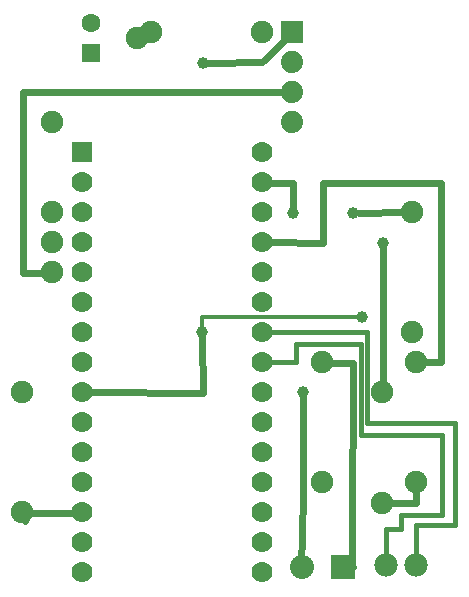
<source format=gtl>
G04 MADE WITH FRITZING*
G04 WWW.FRITZING.ORG*
G04 DOUBLE SIDED*
G04 HOLES PLATED*
G04 CONTOUR ON CENTER OF CONTOUR VECTOR*
%ASAXBY*%
%FSLAX23Y23*%
%MOIN*%
%OFA0B0*%
%SFA1.0B1.0*%
%ADD10C,0.070000*%
%ADD11C,0.074000*%
%ADD12C,0.075000*%
%ADD13C,0.080000*%
%ADD14C,0.039370*%
%ADD15C,0.062992*%
%ADD16C,0.078000*%
%ADD17R,0.069972X0.070000*%
%ADD18R,0.074000X0.074000*%
%ADD19R,0.080000X0.080000*%
%ADD20R,0.062992X0.062992*%
%ADD21C,0.024000*%
%ADD22C,0.012000*%
%ADD23C,0.016000*%
%LNCOPPER1*%
G90*
G70*
G54D10*
X244Y1480D03*
X244Y1380D03*
X244Y1280D03*
X244Y1180D03*
X244Y1080D03*
X244Y980D03*
X244Y880D03*
X244Y780D03*
X244Y680D03*
X244Y580D03*
X244Y480D03*
X244Y380D03*
X244Y280D03*
X244Y180D03*
X244Y80D03*
X844Y1480D03*
X844Y1380D03*
X844Y1280D03*
X844Y1180D03*
X844Y1080D03*
X844Y980D03*
X844Y880D03*
X844Y780D03*
X844Y680D03*
X844Y580D03*
X844Y480D03*
X844Y380D03*
X844Y280D03*
X844Y180D03*
X844Y80D03*
G54D11*
X944Y1780D03*
X944Y1680D03*
X944Y1580D03*
X944Y1880D03*
G54D12*
X144Y1280D03*
X144Y1180D03*
X144Y1080D03*
X474Y1880D03*
X844Y1880D03*
X474Y1880D03*
X844Y1880D03*
X1244Y310D03*
X1244Y680D03*
X1244Y310D03*
X1244Y680D03*
G54D13*
X1114Y96D03*
X976Y96D03*
G54D12*
X1044Y780D03*
X1044Y380D03*
X44Y280D03*
X44Y680D03*
X1356Y780D03*
X1356Y380D03*
X1344Y1280D03*
X1344Y880D03*
X427Y1862D03*
X144Y1580D03*
G54D14*
X1246Y1179D03*
X1146Y1279D03*
X945Y1279D03*
X645Y1779D03*
X644Y880D03*
X1176Y931D03*
G54D15*
X273Y1812D03*
X273Y1910D03*
G54D16*
X1355Y103D03*
X1255Y103D03*
G54D14*
X978Y681D03*
G54D17*
X244Y1480D03*
G54D18*
X944Y1880D03*
G54D19*
X1114Y96D03*
G54D20*
X273Y1812D03*
G54D21*
X45Y1079D02*
X45Y1579D01*
D02*
X45Y1579D02*
X45Y1680D01*
D02*
X45Y1680D02*
X913Y1680D01*
D02*
X116Y1079D02*
X45Y1079D01*
D02*
X1144Y204D02*
X1146Y779D01*
D02*
X1146Y779D02*
X1073Y779D01*
D02*
X1144Y96D02*
X1144Y204D01*
D02*
X1145Y96D02*
X1144Y96D01*
D02*
X1045Y1379D02*
X1438Y1379D01*
D02*
X1045Y1179D02*
X1045Y1379D01*
D02*
X874Y1180D02*
X1045Y1179D01*
D02*
X1438Y1379D02*
X1438Y780D01*
D02*
X1438Y780D02*
X1385Y780D01*
D02*
X1245Y708D02*
X1246Y1160D01*
D02*
X1316Y1280D02*
X1165Y1279D01*
D02*
X945Y1379D02*
X874Y1379D01*
D02*
X945Y1298D02*
X945Y1379D01*
D02*
X922Y1858D02*
X844Y1780D01*
D02*
X844Y1780D02*
X664Y1779D01*
D02*
X645Y679D02*
X274Y680D01*
D02*
X644Y861D02*
X645Y679D01*
G54D22*
D02*
X644Y931D02*
X644Y894D01*
D02*
X1163Y931D02*
X644Y931D01*
G54D21*
D02*
X454Y1872D02*
X447Y1870D01*
D02*
X1356Y310D02*
X1273Y310D01*
D02*
X1356Y351D02*
X1356Y310D01*
G54D23*
D02*
X1192Y880D02*
X874Y880D01*
D02*
X1192Y578D02*
X1192Y880D01*
D02*
X1487Y578D02*
X1192Y578D01*
D02*
X1355Y236D02*
X1487Y236D01*
D02*
X1355Y133D02*
X1355Y236D01*
D02*
X1487Y236D02*
X1487Y578D01*
D02*
X1171Y841D02*
X956Y841D01*
D02*
X956Y780D02*
X868Y780D01*
D02*
X1442Y537D02*
X1171Y537D01*
D02*
X956Y841D02*
X956Y780D01*
D02*
X1171Y537D02*
X1171Y841D01*
D02*
X1255Y128D02*
X1255Y224D01*
D02*
X1255Y224D02*
X1306Y224D01*
D02*
X1442Y272D02*
X1442Y537D01*
D02*
X1306Y224D02*
X1306Y272D01*
D02*
X1306Y272D02*
X1442Y272D01*
G54D21*
D02*
X978Y331D02*
X978Y662D01*
D02*
X974Y96D02*
X978Y331D01*
D02*
X945Y96D02*
X974Y96D01*
D02*
X45Y278D02*
X215Y279D01*
D02*
X53Y252D02*
X45Y278D01*
G04 End of Copper1*
M02*
</source>
